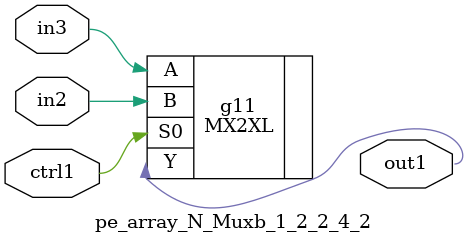
<source format=v>
`timescale 1ps / 1ps


module pe_array_N_Muxb_1_2_2_4_2(in3, in2, ctrl1, out1);
  input in3, in2, ctrl1;
  output out1;
  wire in3, in2, ctrl1;
  wire out1;
  MX2XL g11(.A (in3), .B (in2), .S0 (ctrl1), .Y (out1));
endmodule



</source>
